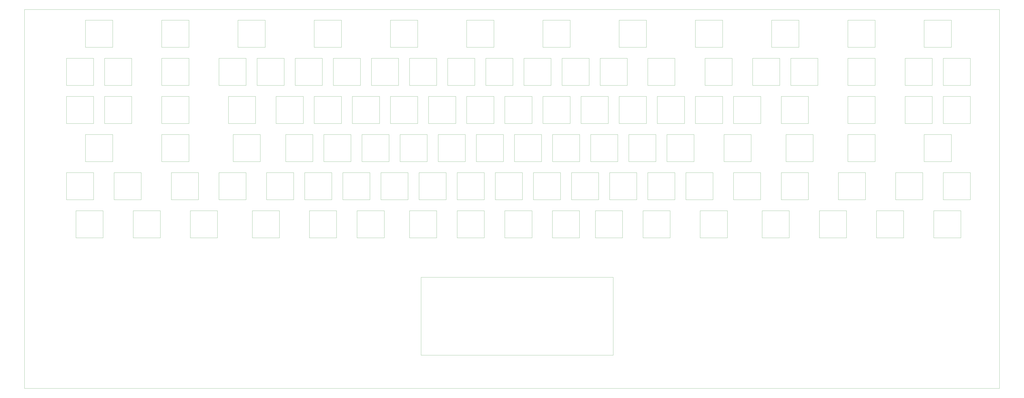
<source format=gbr>
%TF.GenerationSoftware,KiCad,Pcbnew,8.0.1-8.0.1-1~ubuntu22.04.1*%
%TF.CreationDate,2024-04-02T08:16:05+03:00*%
%TF.ProjectId,SpaceCadet,53706163-6543-4616-9465-742e6b696361,rev?*%
%TF.SameCoordinates,Original*%
%TF.FileFunction,AssemblyDrawing,Bot*%
%FSLAX46Y46*%
G04 Gerber Fmt 4.6, Leading zero omitted, Abs format (unit mm)*
G04 Created by KiCad (PCBNEW 8.0.1-8.0.1-1~ubuntu22.04.1) date 2024-04-02 08:16:05*
%MOMM*%
%LPD*%
G01*
G04 APERTURE LIST*
%ADD10C,0.100000*%
%ADD11C,0.120000*%
%TA.AperFunction,Profile*%
%ADD12C,0.100000*%
%TD*%
G04 APERTURE END LIST*
D10*
X285348480Y-98404999D02*
X298918480Y-98404999D01*
X298918480Y-111974999D01*
X285348480Y-111974999D01*
X285348480Y-98404999D01*
X375835970Y-41254997D02*
X389405970Y-41254997D01*
X389405970Y-54824997D01*
X375835970Y-54824997D01*
X375835970Y-41254997D01*
X452035890Y-60305004D02*
X465605890Y-60305004D01*
X465605890Y-73875004D01*
X452035890Y-73875004D01*
X452035890Y-60305004D01*
X190098530Y-98404999D02*
X203668530Y-98404999D01*
X203668530Y-111974999D01*
X190098530Y-111974999D01*
X190098530Y-98404999D01*
X137711060Y-60305004D02*
X151281060Y-60305004D01*
X151281060Y-73875004D01*
X137711060Y-73875004D01*
X137711060Y-60305004D01*
X199623510Y-79354994D02*
X213193510Y-79354994D01*
X213193510Y-92924994D01*
X199623510Y-92924994D01*
X199623510Y-79354994D01*
X390123440Y-98404999D02*
X403693440Y-98404999D01*
X403693440Y-111974999D01*
X390123440Y-111974999D01*
X390123440Y-98404999D01*
X321067290Y-117455004D02*
X334637290Y-117455004D01*
X334637290Y-131025004D01*
X321067290Y-131025004D01*
X321067290Y-117455004D01*
X118661060Y-22205000D02*
X132231060Y-22205000D01*
X132231060Y-35775000D01*
X118661060Y-35775000D01*
X118661060Y-22205000D01*
X128186070Y-41254997D02*
X141756070Y-41254997D01*
X141756070Y-54824997D01*
X128186070Y-54824997D01*
X128186070Y-41254997D01*
X409173590Y-117455004D02*
X422743590Y-117455004D01*
X422743590Y-131025004D01*
X409173590Y-131025004D01*
X409173590Y-117455004D01*
X423460910Y-60305004D02*
X437030910Y-60305004D01*
X437030910Y-73875004D01*
X423460910Y-73875004D01*
X423460910Y-60305004D01*
X349642310Y-117455004D02*
X363212310Y-117455004D01*
X363212310Y-131025004D01*
X349642310Y-131025004D01*
X349642310Y-117455004D01*
X32936060Y-60305004D02*
X46506060Y-60305004D01*
X46506060Y-73875004D01*
X32936060Y-73875004D01*
X32936060Y-60305004D01*
X437748600Y-117455004D02*
X451318600Y-117455004D01*
X451318600Y-131025004D01*
X437748600Y-131025004D01*
X437748600Y-117455004D01*
X85323560Y-98404999D02*
X98893560Y-98404999D01*
X98893560Y-111974999D01*
X85323560Y-111974999D01*
X85323560Y-98404999D01*
X299635960Y-41254997D02*
X313205960Y-41254997D01*
X313205960Y-54824997D01*
X299635960Y-54824997D01*
X299635960Y-41254997D01*
X51986063Y-60305004D02*
X65556063Y-60305004D01*
X65556063Y-73875004D01*
X51986063Y-73875004D01*
X51986063Y-60305004D01*
X290110960Y-60305004D02*
X303680960Y-60305004D01*
X303680960Y-73875004D01*
X290110960Y-73875004D01*
X290110960Y-60305004D01*
X271060980Y-60305004D02*
X284630980Y-60305004D01*
X284630980Y-73875004D01*
X271060980Y-73875004D01*
X271060980Y-60305004D01*
D11*
X210184670Y-150679999D02*
X306184670Y-150679999D01*
X306184670Y-189679999D01*
X210184670Y-189679999D01*
X210184670Y-150679999D01*
D10*
X56748560Y-98404999D02*
X70318560Y-98404999D01*
X70318560Y-111974999D01*
X56748560Y-111974999D01*
X56748560Y-98404999D01*
X80561070Y-60305004D02*
X94131070Y-60305004D01*
X94131070Y-73875004D01*
X80561070Y-73875004D01*
X80561070Y-60305004D01*
X471085880Y-60305004D02*
X484655880Y-60305004D01*
X484655880Y-73875004D01*
X471085880Y-73875004D01*
X471085880Y-60305004D01*
X471085910Y-41254997D02*
X484655910Y-41254997D01*
X484655910Y-54824997D01*
X471085910Y-54824997D01*
X471085910Y-41254997D01*
X209148520Y-98404999D02*
X222718520Y-98404999D01*
X222718520Y-111974999D01*
X209148520Y-111974999D01*
X209148520Y-98404999D01*
X423460940Y-41254997D02*
X437030940Y-41254997D01*
X437030940Y-54824997D01*
X423460940Y-54824997D01*
X423460940Y-41254997D01*
X242485990Y-41254997D02*
X256055990Y-41254997D01*
X256055990Y-54824997D01*
X242485990Y-54824997D01*
X242485990Y-41254997D01*
X323448460Y-98404999D02*
X337018460Y-98404999D01*
X337018460Y-111974999D01*
X323448460Y-111974999D01*
X323448460Y-98404999D01*
X116279800Y-79354994D02*
X129849800Y-79354994D01*
X129849800Y-92924994D01*
X116279800Y-92924994D01*
X116279800Y-79354994D01*
X109132310Y-98404999D02*
X122702310Y-98404999D01*
X122702310Y-111974999D01*
X109132310Y-111974999D01*
X109132310Y-98404999D01*
X132922310Y-98404999D02*
X146492310Y-98404999D01*
X146492310Y-111974999D01*
X132922310Y-111974999D01*
X132922310Y-98404999D01*
X361548400Y-79354994D02*
X375118400Y-79354994D01*
X375118400Y-92924994D01*
X361548400Y-92924994D01*
X361548400Y-79354994D01*
X271061070Y-22205000D02*
X284631070Y-22205000D01*
X284631070Y-35775000D01*
X271061070Y-35775000D01*
X271061070Y-22205000D01*
X313923440Y-79354994D02*
X327493440Y-79354994D01*
X327493440Y-92924994D01*
X313923440Y-92924994D01*
X313923440Y-79354994D01*
X166286040Y-41254997D02*
X179856040Y-41254997D01*
X179856040Y-54824997D01*
X166286040Y-54824997D01*
X166286040Y-41254997D01*
X385360990Y-22205000D02*
X398930990Y-22205000D01*
X398930990Y-35775000D01*
X385360990Y-35775000D01*
X385360990Y-22205000D01*
X423460880Y-79354994D02*
X437030880Y-79354994D01*
X437030880Y-92924994D01*
X423460880Y-92924994D01*
X423460880Y-79354994D01*
X32936060Y-98404999D02*
X46506060Y-98404999D01*
X46506060Y-111974999D01*
X32936060Y-111974999D01*
X32936060Y-98404999D01*
X125804810Y-117455004D02*
X139374810Y-117455004D01*
X139374810Y-131025004D01*
X125804810Y-131025004D01*
X125804810Y-117455004D01*
X323448460Y-41254997D02*
X337018460Y-41254997D01*
X337018460Y-54824997D01*
X323448460Y-54824997D01*
X323448460Y-41254997D01*
X80561070Y-41254997D02*
X94131070Y-41254997D01*
X94131070Y-54824997D01*
X80561070Y-54824997D01*
X80561070Y-41254997D01*
X80561050Y-22205000D02*
X94131050Y-22205000D01*
X94131050Y-35775000D01*
X80561050Y-35775000D01*
X80561050Y-22205000D01*
X347261020Y-22205000D02*
X360831020Y-22205000D01*
X360831020Y-35775000D01*
X347261020Y-35775000D01*
X347261020Y-22205000D01*
X156761060Y-22205000D02*
X170331060Y-22205000D01*
X170331060Y-35775000D01*
X156761060Y-35775000D01*
X156761060Y-22205000D01*
X294873440Y-79354994D02*
X308443440Y-79354994D01*
X308443440Y-92924994D01*
X294873440Y-92924994D01*
X294873440Y-79354994D01*
X280585970Y-41254997D02*
X294155970Y-41254997D01*
X294155970Y-54824997D01*
X280585970Y-54824997D01*
X280585970Y-41254997D01*
X461560940Y-22205000D02*
X475130940Y-22205000D01*
X475130940Y-35775000D01*
X461560940Y-35775000D01*
X461560940Y-22205000D01*
X366310910Y-60305004D02*
X379880910Y-60305004D01*
X379880910Y-73875004D01*
X366310910Y-73875004D01*
X366310910Y-60305004D01*
X247248490Y-98404999D02*
X260818490Y-98404999D01*
X260818490Y-111974999D01*
X247248490Y-111974999D01*
X247248490Y-98404999D01*
X178192310Y-117455004D02*
X191762310Y-117455004D01*
X191762310Y-131025004D01*
X178192310Y-131025004D01*
X178192310Y-117455004D01*
X151998550Y-98404999D02*
X165568550Y-98404999D01*
X165568550Y-111974999D01*
X151998550Y-111974999D01*
X151998550Y-98404999D01*
X392504640Y-79354994D02*
X406074640Y-79354994D01*
X406074640Y-92924994D01*
X392504640Y-92924994D01*
X392504640Y-79354994D01*
X213911010Y-60305004D02*
X227481010Y-60305004D01*
X227481010Y-73875004D01*
X213911010Y-73875004D01*
X213911010Y-60305004D01*
X309161040Y-22205000D02*
X322731040Y-22205000D01*
X322731040Y-35775000D01*
X309161040Y-35775000D01*
X309161040Y-22205000D01*
X471085970Y-98404999D02*
X484655970Y-98404999D01*
X484655970Y-111974999D01*
X471085970Y-111974999D01*
X471085970Y-98404999D01*
X390123410Y-60305004D02*
X403693410Y-60305004D01*
X403693410Y-73875004D01*
X390123410Y-73875004D01*
X390123410Y-60305004D01*
X328210940Y-60305004D02*
X341780940Y-60305004D01*
X341780940Y-73875004D01*
X328210940Y-73875004D01*
X328210940Y-60305004D01*
X42461058Y-79354994D02*
X56031058Y-79354994D01*
X56031058Y-92924994D01*
X42461058Y-92924994D01*
X42461058Y-79354994D01*
X380598570Y-117455004D02*
X394168570Y-117455004D01*
X394168570Y-131025004D01*
X380598570Y-131025004D01*
X380598570Y-117455004D01*
X180573520Y-79354994D02*
X194143520Y-79354994D01*
X194143520Y-92924994D01*
X180573520Y-92924994D01*
X180573520Y-79354994D01*
X156761050Y-60305004D02*
X170331050Y-60305004D01*
X170331050Y-73875004D01*
X156761050Y-73875004D01*
X156761050Y-60305004D01*
X232961000Y-60305004D02*
X246531000Y-60305004D01*
X246531000Y-73875004D01*
X232961000Y-73875004D01*
X232961000Y-60305004D01*
X252010990Y-60305004D02*
X265580990Y-60305004D01*
X265580990Y-73875004D01*
X252010990Y-73875004D01*
X252010990Y-60305004D01*
X342494700Y-98404999D02*
X356064700Y-98404999D01*
X356064700Y-111974999D01*
X342494700Y-111974999D01*
X342494700Y-98404999D01*
X366284700Y-98404999D02*
X379854700Y-98404999D01*
X379854700Y-111974999D01*
X366284700Y-111974999D01*
X366284700Y-98404999D01*
X32936060Y-41254997D02*
X46506060Y-41254997D01*
X46506060Y-54824997D01*
X32936060Y-54824997D01*
X32936060Y-41254997D01*
X218673490Y-79354994D02*
X232243490Y-79354994D01*
X232243490Y-92924994D01*
X218673490Y-92924994D01*
X218673490Y-79354994D01*
X171048540Y-98404999D02*
X184618540Y-98404999D01*
X184618540Y-111974999D01*
X171048540Y-111974999D01*
X171048540Y-98404999D01*
X109136070Y-41254997D02*
X122706070Y-41254997D01*
X122706070Y-54824997D01*
X109136070Y-54824997D01*
X109136070Y-41254997D01*
X80561050Y-79354994D02*
X94131050Y-79354994D01*
X94131050Y-92924994D01*
X80561050Y-92924994D01*
X80561050Y-79354994D01*
X228198500Y-98404999D02*
X241768500Y-98404999D01*
X241768500Y-111974999D01*
X228198500Y-111974999D01*
X228198500Y-98404999D01*
X452035920Y-41254997D02*
X465605920Y-41254997D01*
X465605920Y-54824997D01*
X452035920Y-54824997D01*
X452035920Y-41254997D01*
X275823460Y-79354994D02*
X289393460Y-79354994D01*
X289393460Y-92924994D01*
X275823460Y-92924994D01*
X275823460Y-79354994D01*
X461560840Y-79354994D02*
X475130840Y-79354994D01*
X475130840Y-92924994D01*
X461560840Y-92924994D01*
X461560840Y-79354994D01*
X113898570Y-60305004D02*
X127468570Y-60305004D01*
X127468570Y-73875004D01*
X113898570Y-73875004D01*
X113898570Y-60305004D01*
X266298490Y-98404999D02*
X279868490Y-98404999D01*
X279868490Y-111974999D01*
X266298490Y-111974999D01*
X266298490Y-98404999D01*
X252007300Y-117455004D02*
X265577300Y-117455004D01*
X265577300Y-131025004D01*
X252007300Y-131025004D01*
X252007300Y-117455004D01*
X275797300Y-117455004D02*
X289367300Y-117455004D01*
X289367300Y-131025004D01*
X275797300Y-131025004D01*
X275797300Y-117455004D01*
X204382300Y-117425004D02*
X217952300Y-117425004D01*
X217952300Y-131025004D01*
X204382300Y-131025004D01*
X204382300Y-117425004D01*
X228202300Y-117445004D02*
X241772300Y-117445004D01*
X241772300Y-131025004D01*
X228202300Y-131025004D01*
X228202300Y-117445004D01*
X394885960Y-41254997D02*
X408455960Y-41254997D01*
X408455960Y-54824997D01*
X394885960Y-54824997D01*
X394885960Y-41254997D01*
X94848560Y-117455004D02*
X108418560Y-117455004D01*
X108418560Y-131025004D01*
X94848560Y-131025004D01*
X94848560Y-117455004D01*
X423460970Y-22205000D02*
X437030970Y-22205000D01*
X437030970Y-35775000D01*
X423460970Y-35775000D01*
X423460970Y-22205000D01*
X261535980Y-41254997D02*
X275105980Y-41254997D01*
X275105980Y-54824997D01*
X261535980Y-54824997D01*
X261535980Y-41254997D01*
X237723480Y-79354994D02*
X251293480Y-79354994D01*
X251293480Y-92924994D01*
X237723480Y-92924994D01*
X237723480Y-79354994D01*
X256773470Y-79354994D02*
X270343470Y-79354994D01*
X270343470Y-92924994D01*
X256773470Y-92924994D01*
X256773470Y-79354994D01*
X232961080Y-22205000D02*
X246531080Y-22205000D01*
X246531080Y-35775000D01*
X232961080Y-35775000D01*
X232961080Y-22205000D01*
X194861020Y-60305004D02*
X208431020Y-60305004D01*
X208431020Y-73875004D01*
X194861020Y-73875004D01*
X194861020Y-60305004D01*
X418698460Y-98404999D02*
X432268460Y-98404999D01*
X432268460Y-111974999D01*
X418698460Y-111974999D01*
X418698460Y-98404999D01*
X185336030Y-41254997D02*
X198906030Y-41254997D01*
X198906030Y-54824997D01*
X185336030Y-54824997D01*
X185336030Y-41254997D01*
X297254790Y-117455004D02*
X310824790Y-117455004D01*
X310824790Y-131025004D01*
X297254790Y-131025004D01*
X297254790Y-117455004D01*
X142473540Y-79354994D02*
X156043540Y-79354994D01*
X156043540Y-92924994D01*
X142473540Y-92924994D01*
X142473540Y-79354994D01*
X332973420Y-79354994D02*
X346543420Y-79354994D01*
X346543420Y-92924994D01*
X332973420Y-92924994D01*
X332973420Y-79354994D01*
X309160940Y-60305004D02*
X322730940Y-60305004D01*
X322730940Y-73875004D01*
X309160940Y-73875004D01*
X309160940Y-60305004D01*
X161523530Y-79354994D02*
X175093530Y-79354994D01*
X175093530Y-92924994D01*
X161523530Y-92924994D01*
X161523530Y-79354994D01*
X66273560Y-117455004D02*
X79843560Y-117455004D01*
X79843560Y-131025004D01*
X66273560Y-131025004D01*
X66273560Y-117455004D01*
X51986063Y-41254997D02*
X65556063Y-41254997D01*
X65556063Y-54824997D01*
X51986063Y-54824997D01*
X51986063Y-41254997D01*
X447273470Y-98404999D02*
X460843470Y-98404999D01*
X460843470Y-111974999D01*
X447273470Y-111974999D01*
X447273470Y-98404999D01*
X223436010Y-41254997D02*
X237006010Y-41254997D01*
X237006010Y-54824997D01*
X223436010Y-54824997D01*
X223436010Y-41254997D01*
X352023470Y-41254997D02*
X365593470Y-41254997D01*
X365593470Y-54824997D01*
X352023470Y-54824997D01*
X352023470Y-41254997D01*
X175811040Y-60305004D02*
X189381040Y-60305004D01*
X189381040Y-73875004D01*
X175811040Y-73875004D01*
X175811040Y-60305004D01*
X204386020Y-41254997D02*
X217956020Y-41254997D01*
X217956020Y-54824997D01*
X204386020Y-54824997D01*
X204386020Y-41254997D01*
X347260940Y-60305004D02*
X360830940Y-60305004D01*
X360830940Y-73875004D01*
X347260940Y-73875004D01*
X347260940Y-60305004D01*
X466323610Y-117455004D02*
X479893610Y-117455004D01*
X479893610Y-131025004D01*
X466323610Y-131025004D01*
X466323610Y-117455004D01*
X154379810Y-117455004D02*
X167949810Y-117455004D01*
X167949810Y-131025004D01*
X154379810Y-131025004D01*
X154379810Y-117455004D01*
X304398470Y-98404999D02*
X317968470Y-98404999D01*
X317968470Y-111974999D01*
X304398470Y-111974999D01*
X304398470Y-98404999D01*
X42461058Y-22205000D02*
X56031058Y-22205000D01*
X56031058Y-35775000D01*
X42461058Y-35775000D01*
X42461058Y-22205000D01*
X194861070Y-22205000D02*
X208431070Y-22205000D01*
X208431070Y-35775000D01*
X194861070Y-35775000D01*
X194861070Y-22205000D01*
X147236060Y-41254997D02*
X160806060Y-41254997D01*
X160806060Y-54824997D01*
X147236060Y-54824997D01*
X147236060Y-41254997D01*
X37698560Y-117455004D02*
X51268560Y-117455004D01*
X51268560Y-131025004D01*
X37698560Y-131025004D01*
X37698560Y-117455004D01*
D12*
X12000000Y-16891000D02*
X499237000Y-16891000D01*
X499237000Y-206300000D01*
X12000000Y-206300000D01*
X12000000Y-16891000D01*
M02*

</source>
